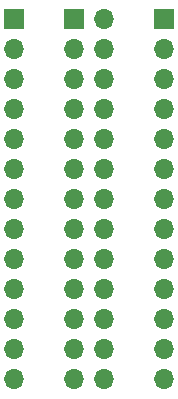
<source format=gbr>
G04 #@! TF.FileFunction,Copper,L2,Bot,Signal*
%FSLAX46Y46*%
G04 Gerber Fmt 4.6, Leading zero omitted, Abs format (unit mm)*
G04 Created by KiCad (PCBNEW 4.0.6) date 01/06/18 19:18:27*
%MOMM*%
%LPD*%
G01*
G04 APERTURE LIST*
%ADD10C,0.100000*%
%ADD11R,1.700000X1.700000*%
%ADD12O,1.700000X1.700000*%
G04 APERTURE END LIST*
D10*
D11*
X148336000Y-105156000D03*
D12*
X148336000Y-107696000D03*
X148336000Y-110236000D03*
X148336000Y-112776000D03*
X148336000Y-115316000D03*
X148336000Y-117856000D03*
X148336000Y-120396000D03*
X148336000Y-122936000D03*
X148336000Y-125476000D03*
X148336000Y-128016000D03*
X148336000Y-130556000D03*
X148336000Y-133096000D03*
X148336000Y-135636000D03*
D11*
X161036000Y-105156000D03*
D12*
X161036000Y-107696000D03*
X161036000Y-110236000D03*
X161036000Y-112776000D03*
X161036000Y-115316000D03*
X161036000Y-117856000D03*
X161036000Y-120396000D03*
X161036000Y-122936000D03*
X161036000Y-125476000D03*
X161036000Y-128016000D03*
X161036000Y-130556000D03*
X161036000Y-133096000D03*
X161036000Y-135636000D03*
D11*
X153416000Y-105156000D03*
D12*
X155956000Y-105156000D03*
X153416000Y-107696000D03*
X155956000Y-107696000D03*
X153416000Y-110236000D03*
X155956000Y-110236000D03*
X153416000Y-112776000D03*
X155956000Y-112776000D03*
X153416000Y-115316000D03*
X155956000Y-115316000D03*
X153416000Y-117856000D03*
X155956000Y-117856000D03*
X153416000Y-120396000D03*
X155956000Y-120396000D03*
X153416000Y-122936000D03*
X155956000Y-122936000D03*
X153416000Y-125476000D03*
X155956000Y-125476000D03*
X153416000Y-128016000D03*
X155956000Y-128016000D03*
X153416000Y-130556000D03*
X155956000Y-130556000D03*
X153416000Y-133096000D03*
X155956000Y-133096000D03*
X153416000Y-135636000D03*
X155956000Y-135636000D03*
M02*

</source>
